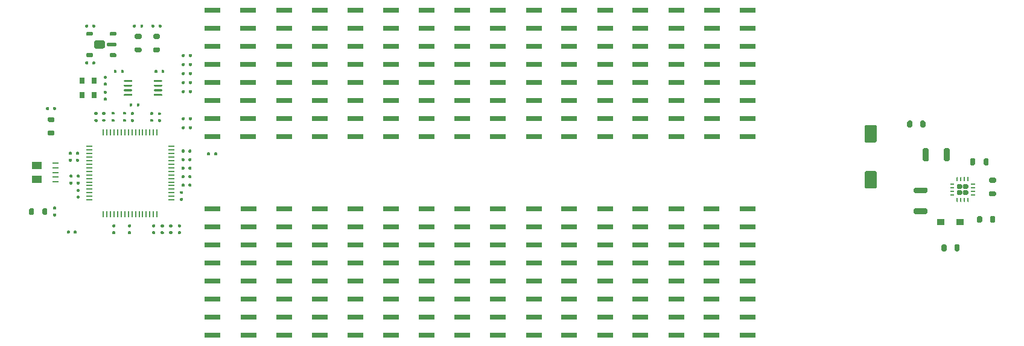
<source format=gtp>
G04 #@! TF.GenerationSoftware,KiCad,Pcbnew,(5.1.9)-1*
G04 #@! TF.CreationDate,2021-06-07T22:02:01-04:00*
G04 #@! TF.ProjectId,icepool-board,69636570-6f6f-46c2-9d62-6f6172642e6b,2020-04*
G04 #@! TF.SameCoordinates,Original*
G04 #@! TF.FileFunction,Paste,Top*
G04 #@! TF.FilePolarity,Positive*
%FSLAX46Y46*%
G04 Gerber Fmt 4.6, Leading zero omitted, Abs format (unit mm)*
G04 Created by KiCad (PCBNEW (5.1.9)-1) date 2021-06-07 22:02:01*
%MOMM*%
%LPD*%
G01*
G04 APERTURE LIST*
%ADD10R,2.205000X0.700000*%
%ADD11R,0.210000X0.840000*%
%ADD12R,0.840000X0.210000*%
%ADD13R,1.050000X0.840000*%
%ADD14R,1.330000X1.050000*%
%ADD15R,0.945000X0.280000*%
%ADD16R,0.770000X0.910000*%
G04 APERTURE END LIST*
G36*
G01*
X57079000Y-48270500D02*
X57079000Y-48529500D01*
G75*
G02*
X56984500Y-48624000I-94500J0D01*
G01*
X56795500Y-48624000D01*
G75*
G02*
X56701000Y-48529500I0J94500D01*
G01*
X56701000Y-48270500D01*
G75*
G02*
X56795500Y-48176000I94500J0D01*
G01*
X56984500Y-48176000D01*
G75*
G02*
X57079000Y-48270500I0J-94500D01*
G01*
G37*
G36*
G01*
X58099000Y-48270500D02*
X58099000Y-48529500D01*
G75*
G02*
X58004500Y-48624000I-94500J0D01*
G01*
X57815500Y-48624000D01*
G75*
G02*
X57721000Y-48529500I0J94500D01*
G01*
X57721000Y-48270500D01*
G75*
G02*
X57815500Y-48176000I94500J0D01*
G01*
X58004500Y-48176000D01*
G75*
G02*
X58099000Y-48270500I0J-94500D01*
G01*
G37*
D10*
X82525000Y-73890000D03*
X77475000Y-73890000D03*
X82525000Y-71350000D03*
X77475000Y-71350000D03*
X82525000Y-68810000D03*
X77475000Y-68810000D03*
X82525000Y-66270000D03*
X77475000Y-66270000D03*
X82525000Y-63730000D03*
X77475000Y-63730000D03*
X82525000Y-61190000D03*
X77475000Y-61190000D03*
X82525000Y-58650000D03*
X77475000Y-58650000D03*
X82525000Y-56110000D03*
X77475000Y-56110000D03*
G36*
G01*
X43370500Y-43501000D02*
X43629500Y-43501000D01*
G75*
G02*
X43724000Y-43595500I0J-94500D01*
G01*
X43724000Y-43784500D01*
G75*
G02*
X43629500Y-43879000I-94500J0D01*
G01*
X43370500Y-43879000D01*
G75*
G02*
X43276000Y-43784500I0J94500D01*
G01*
X43276000Y-43595500D01*
G75*
G02*
X43370500Y-43501000I94500J0D01*
G01*
G37*
G36*
G01*
X43370500Y-42481000D02*
X43629500Y-42481000D01*
G75*
G02*
X43724000Y-42575500I0J-94500D01*
G01*
X43724000Y-42764500D01*
G75*
G02*
X43629500Y-42859000I-94500J0D01*
G01*
X43370500Y-42859000D01*
G75*
G02*
X43276000Y-42764500I0J94500D01*
G01*
X43276000Y-42575500D01*
G75*
G02*
X43370500Y-42481000I94500J0D01*
G01*
G37*
X127523000Y-28194000D03*
X132573000Y-28194000D03*
X127523000Y-30734000D03*
X132573000Y-30734000D03*
X127523000Y-33274000D03*
X132573000Y-33274000D03*
X127523000Y-35814000D03*
X132573000Y-35814000D03*
X127523000Y-38354000D03*
X132573000Y-38354000D03*
X127523000Y-40894000D03*
X132573000Y-40894000D03*
X127523000Y-43434000D03*
X132573000Y-43434000D03*
X127523000Y-45974000D03*
X132573000Y-45974000D03*
X102525000Y-73890000D03*
X97475000Y-73890000D03*
X102525000Y-71350000D03*
X97475000Y-71350000D03*
X102525000Y-68810000D03*
X97475000Y-68810000D03*
X102525000Y-66270000D03*
X97475000Y-66270000D03*
X102525000Y-63730000D03*
X97475000Y-63730000D03*
X102525000Y-61190000D03*
X97475000Y-61190000D03*
X102525000Y-58650000D03*
X97475000Y-58650000D03*
X102525000Y-56110000D03*
X97475000Y-56110000D03*
G36*
G01*
X50119000Y-42936000D02*
X49881000Y-42936000D01*
G75*
G02*
X49783000Y-42838000I0J98000D01*
G01*
X49783000Y-42642000D01*
G75*
G02*
X49881000Y-42544000I98000J0D01*
G01*
X50119000Y-42544000D01*
G75*
G02*
X50217000Y-42642000I0J-98000D01*
G01*
X50217000Y-42838000D01*
G75*
G02*
X50119000Y-42936000I-98000J0D01*
G01*
G37*
G36*
G01*
X50119000Y-43896000D02*
X49881000Y-43896000D01*
G75*
G02*
X49783000Y-43798000I0J98000D01*
G01*
X49783000Y-43602000D01*
G75*
G02*
X49881000Y-43504000I98000J0D01*
G01*
X50119000Y-43504000D01*
G75*
G02*
X50217000Y-43602000I0J-98000D01*
G01*
X50217000Y-43798000D01*
G75*
G02*
X50119000Y-43896000I-98000J0D01*
G01*
G37*
G36*
G01*
X52981000Y-54584000D02*
X53219000Y-54584000D01*
G75*
G02*
X53317000Y-54682000I0J-98000D01*
G01*
X53317000Y-54878000D01*
G75*
G02*
X53219000Y-54976000I-98000J0D01*
G01*
X52981000Y-54976000D01*
G75*
G02*
X52883000Y-54878000I0J98000D01*
G01*
X52883000Y-54682000D01*
G75*
G02*
X52981000Y-54584000I98000J0D01*
G01*
G37*
G36*
G01*
X52981000Y-53624000D02*
X53219000Y-53624000D01*
G75*
G02*
X53317000Y-53722000I0J-98000D01*
G01*
X53317000Y-53918000D01*
G75*
G02*
X53219000Y-54016000I-98000J0D01*
G01*
X52981000Y-54016000D01*
G75*
G02*
X52883000Y-53918000I0J98000D01*
G01*
X52883000Y-53722000D01*
G75*
G02*
X52981000Y-53624000I98000J0D01*
G01*
G37*
X57419000Y-28194000D03*
X62469000Y-28194000D03*
X57419000Y-30734000D03*
X62469000Y-30734000D03*
X57419000Y-33274000D03*
X62469000Y-33274000D03*
X57419000Y-35814000D03*
X62469000Y-35814000D03*
X57419000Y-38354000D03*
X62469000Y-38354000D03*
X57419000Y-40894000D03*
X62469000Y-40894000D03*
X57419000Y-43434000D03*
X62469000Y-43434000D03*
X57419000Y-45974000D03*
X62469000Y-45974000D03*
G36*
G01*
X47321000Y-30529500D02*
X47321000Y-30270500D01*
G75*
G02*
X47415500Y-30176000I94500J0D01*
G01*
X47604500Y-30176000D01*
G75*
G02*
X47699000Y-30270500I0J-94500D01*
G01*
X47699000Y-30529500D01*
G75*
G02*
X47604500Y-30624000I-94500J0D01*
G01*
X47415500Y-30624000D01*
G75*
G02*
X47321000Y-30529500I0J94500D01*
G01*
G37*
G36*
G01*
X46301000Y-30529500D02*
X46301000Y-30270500D01*
G75*
G02*
X46395500Y-30176000I94500J0D01*
G01*
X46584500Y-30176000D01*
G75*
G02*
X46679000Y-30270500I0J-94500D01*
G01*
X46679000Y-30529500D01*
G75*
G02*
X46584500Y-30624000I-94500J0D01*
G01*
X46395500Y-30624000D01*
G75*
G02*
X46301000Y-30529500I0J94500D01*
G01*
G37*
X122550000Y-73910000D03*
X117500000Y-73910000D03*
X122550000Y-71370000D03*
X117500000Y-71370000D03*
X122550000Y-68830000D03*
X117500000Y-68830000D03*
X122550000Y-66290000D03*
X117500000Y-66290000D03*
X122550000Y-63750000D03*
X117500000Y-63750000D03*
X122550000Y-61210000D03*
X117500000Y-61210000D03*
X122550000Y-58670000D03*
X117500000Y-58670000D03*
X122550000Y-56130000D03*
X117500000Y-56130000D03*
X87475000Y-28194000D03*
X92525000Y-28194000D03*
X87475000Y-30734000D03*
X92525000Y-30734000D03*
X87475000Y-33274000D03*
X92525000Y-33274000D03*
X87475000Y-35814000D03*
X92525000Y-35814000D03*
X87475000Y-38354000D03*
X92525000Y-38354000D03*
X87475000Y-40894000D03*
X92525000Y-40894000D03*
X87475000Y-43434000D03*
X92525000Y-43434000D03*
X87475000Y-45974000D03*
X92525000Y-45974000D03*
G36*
G01*
X49243750Y-38195000D02*
X49243750Y-38055000D01*
G75*
G02*
X49313750Y-37985000I70000J0D01*
G01*
X50311250Y-37985000D01*
G75*
G02*
X50381250Y-38055000I0J-70000D01*
G01*
X50381250Y-38195000D01*
G75*
G02*
X50311250Y-38265000I-70000J0D01*
G01*
X49313750Y-38265000D01*
G75*
G02*
X49243750Y-38195000I0J70000D01*
G01*
G37*
G36*
G01*
X49243750Y-38845000D02*
X49243750Y-38705000D01*
G75*
G02*
X49313750Y-38635000I70000J0D01*
G01*
X50311250Y-38635000D01*
G75*
G02*
X50381250Y-38705000I0J-70000D01*
G01*
X50381250Y-38845000D01*
G75*
G02*
X50311250Y-38915000I-70000J0D01*
G01*
X49313750Y-38915000D01*
G75*
G02*
X49243750Y-38845000I0J70000D01*
G01*
G37*
G36*
G01*
X49243750Y-39495000D02*
X49243750Y-39355000D01*
G75*
G02*
X49313750Y-39285000I70000J0D01*
G01*
X50311250Y-39285000D01*
G75*
G02*
X50381250Y-39355000I0J-70000D01*
G01*
X50381250Y-39495000D01*
G75*
G02*
X50311250Y-39565000I-70000J0D01*
G01*
X49313750Y-39565000D01*
G75*
G02*
X49243750Y-39495000I0J70000D01*
G01*
G37*
G36*
G01*
X49243750Y-40145000D02*
X49243750Y-40005000D01*
G75*
G02*
X49313750Y-39935000I70000J0D01*
G01*
X50311250Y-39935000D01*
G75*
G02*
X50381250Y-40005000I0J-70000D01*
G01*
X50381250Y-40145000D01*
G75*
G02*
X50311250Y-40215000I-70000J0D01*
G01*
X49313750Y-40215000D01*
G75*
G02*
X49243750Y-40145000I0J70000D01*
G01*
G37*
G36*
G01*
X45018750Y-40145000D02*
X45018750Y-40005000D01*
G75*
G02*
X45088750Y-39935000I70000J0D01*
G01*
X46086250Y-39935000D01*
G75*
G02*
X46156250Y-40005000I0J-70000D01*
G01*
X46156250Y-40145000D01*
G75*
G02*
X46086250Y-40215000I-70000J0D01*
G01*
X45088750Y-40215000D01*
G75*
G02*
X45018750Y-40145000I0J70000D01*
G01*
G37*
G36*
G01*
X45018750Y-39495000D02*
X45018750Y-39355000D01*
G75*
G02*
X45088750Y-39285000I70000J0D01*
G01*
X46086250Y-39285000D01*
G75*
G02*
X46156250Y-39355000I0J-70000D01*
G01*
X46156250Y-39495000D01*
G75*
G02*
X46086250Y-39565000I-70000J0D01*
G01*
X45088750Y-39565000D01*
G75*
G02*
X45018750Y-39495000I0J70000D01*
G01*
G37*
G36*
G01*
X45018750Y-38845000D02*
X45018750Y-38705000D01*
G75*
G02*
X45088750Y-38635000I70000J0D01*
G01*
X46086250Y-38635000D01*
G75*
G02*
X46156250Y-38705000I0J-70000D01*
G01*
X46156250Y-38845000D01*
G75*
G02*
X46086250Y-38915000I-70000J0D01*
G01*
X45088750Y-38915000D01*
G75*
G02*
X45018750Y-38845000I0J70000D01*
G01*
G37*
G36*
G01*
X45018750Y-38195000D02*
X45018750Y-38055000D01*
G75*
G02*
X45088750Y-37985000I70000J0D01*
G01*
X46086250Y-37985000D01*
G75*
G02*
X46156250Y-38055000I0J-70000D01*
G01*
X46156250Y-38195000D01*
G75*
G02*
X46086250Y-38265000I-70000J0D01*
G01*
X45088750Y-38265000D01*
G75*
G02*
X45018750Y-38195000I0J70000D01*
G01*
G37*
G36*
G01*
X49279000Y-30270500D02*
X49279000Y-30529500D01*
G75*
G02*
X49184500Y-30624000I-94500J0D01*
G01*
X48995500Y-30624000D01*
G75*
G02*
X48901000Y-30529500I0J94500D01*
G01*
X48901000Y-30270500D01*
G75*
G02*
X48995500Y-30176000I94500J0D01*
G01*
X49184500Y-30176000D01*
G75*
G02*
X49279000Y-30270500I0J-94500D01*
G01*
G37*
G36*
G01*
X50299000Y-30270500D02*
X50299000Y-30529500D01*
G75*
G02*
X50204500Y-30624000I-94500J0D01*
G01*
X50015500Y-30624000D01*
G75*
G02*
X49921000Y-30529500I0J94500D01*
G01*
X49921000Y-30270500D01*
G75*
G02*
X50015500Y-30176000I94500J0D01*
G01*
X50204500Y-30176000D01*
G75*
G02*
X50299000Y-30270500I0J-94500D01*
G01*
G37*
X92525000Y-73890000D03*
X87475000Y-73890000D03*
X92525000Y-71350000D03*
X87475000Y-71350000D03*
X92525000Y-68810000D03*
X87475000Y-68810000D03*
X92525000Y-66270000D03*
X87475000Y-66270000D03*
X92525000Y-63730000D03*
X87475000Y-63730000D03*
X92525000Y-61190000D03*
X87475000Y-61190000D03*
X92525000Y-58650000D03*
X87475000Y-58650000D03*
X92525000Y-56110000D03*
X87475000Y-56110000D03*
X62525000Y-73890000D03*
X57475000Y-73890000D03*
X62525000Y-71350000D03*
X57475000Y-71350000D03*
X62525000Y-68810000D03*
X57475000Y-68810000D03*
X62525000Y-66270000D03*
X57475000Y-66270000D03*
X62525000Y-63730000D03*
X57475000Y-63730000D03*
X62525000Y-61190000D03*
X57475000Y-61190000D03*
X62525000Y-58650000D03*
X57475000Y-58650000D03*
X62525000Y-56110000D03*
X57475000Y-56110000D03*
G36*
G01*
X49919375Y-32203750D02*
X49280625Y-32203750D01*
G75*
G02*
X49110000Y-32033125I0J170625D01*
G01*
X49110000Y-31691875D01*
G75*
G02*
X49280625Y-31521250I170625J0D01*
G01*
X49919375Y-31521250D01*
G75*
G02*
X50090000Y-31691875I0J-170625D01*
G01*
X50090000Y-32033125D01*
G75*
G02*
X49919375Y-32203750I-170625J0D01*
G01*
G37*
G36*
G01*
X49919375Y-34078750D02*
X49280625Y-34078750D01*
G75*
G02*
X49110000Y-33908125I0J170625D01*
G01*
X49110000Y-33566875D01*
G75*
G02*
X49280625Y-33396250I170625J0D01*
G01*
X49919375Y-33396250D01*
G75*
G02*
X50090000Y-33566875I0J-170625D01*
G01*
X50090000Y-33908125D01*
G75*
G02*
X49919375Y-34078750I-170625J0D01*
G01*
G37*
X97475000Y-28194000D03*
X102525000Y-28194000D03*
X97475000Y-30734000D03*
X102525000Y-30734000D03*
X97475000Y-33274000D03*
X102525000Y-33274000D03*
X97475000Y-35814000D03*
X102525000Y-35814000D03*
X97475000Y-38354000D03*
X102525000Y-38354000D03*
X97475000Y-40894000D03*
X102525000Y-40894000D03*
X97475000Y-43434000D03*
X102525000Y-43434000D03*
X97475000Y-45974000D03*
X102525000Y-45974000D03*
X132525000Y-73890000D03*
X127475000Y-73890000D03*
X132525000Y-71350000D03*
X127475000Y-71350000D03*
X132525000Y-68810000D03*
X127475000Y-68810000D03*
X132525000Y-66270000D03*
X127475000Y-66270000D03*
X132525000Y-63730000D03*
X127475000Y-63730000D03*
X132525000Y-61190000D03*
X127475000Y-61190000D03*
X132525000Y-58650000D03*
X127475000Y-58650000D03*
X132525000Y-56110000D03*
X127475000Y-56110000D03*
X117475000Y-28194000D03*
X122525000Y-28194000D03*
X117475000Y-30734000D03*
X122525000Y-30734000D03*
X117475000Y-33274000D03*
X122525000Y-33274000D03*
X117475000Y-35814000D03*
X122525000Y-35814000D03*
X117475000Y-38354000D03*
X122525000Y-38354000D03*
X117475000Y-40894000D03*
X122525000Y-40894000D03*
X117475000Y-43434000D03*
X122525000Y-43434000D03*
X117475000Y-45974000D03*
X122525000Y-45974000D03*
X77475000Y-28194000D03*
X82525000Y-28194000D03*
X77475000Y-30734000D03*
X82525000Y-30734000D03*
X77475000Y-33274000D03*
X82525000Y-33274000D03*
X77475000Y-35814000D03*
X82525000Y-35814000D03*
X77475000Y-38354000D03*
X82525000Y-38354000D03*
X77475000Y-40894000D03*
X82525000Y-40894000D03*
X77475000Y-43434000D03*
X82525000Y-43434000D03*
X77475000Y-45974000D03*
X82525000Y-45974000D03*
X67475000Y-28194000D03*
X72525000Y-28194000D03*
X67475000Y-30734000D03*
X72525000Y-30734000D03*
X67475000Y-33274000D03*
X72525000Y-33274000D03*
X67475000Y-35814000D03*
X72525000Y-35814000D03*
X67475000Y-38354000D03*
X72525000Y-38354000D03*
X67475000Y-40894000D03*
X72525000Y-40894000D03*
X67475000Y-43434000D03*
X72525000Y-43434000D03*
X67475000Y-45974000D03*
X72525000Y-45974000D03*
X107475000Y-28194000D03*
X112525000Y-28194000D03*
X107475000Y-30734000D03*
X112525000Y-30734000D03*
X107475000Y-33274000D03*
X112525000Y-33274000D03*
X107475000Y-35814000D03*
X112525000Y-35814000D03*
X107475000Y-38354000D03*
X112525000Y-38354000D03*
X107475000Y-40894000D03*
X112525000Y-40894000D03*
X107475000Y-43434000D03*
X112525000Y-43434000D03*
X107475000Y-45974000D03*
X112525000Y-45974000D03*
G36*
G01*
X45229500Y-42859000D02*
X44970500Y-42859000D01*
G75*
G02*
X44876000Y-42764500I0J94500D01*
G01*
X44876000Y-42575500D01*
G75*
G02*
X44970500Y-42481000I94500J0D01*
G01*
X45229500Y-42481000D01*
G75*
G02*
X45324000Y-42575500I0J-94500D01*
G01*
X45324000Y-42764500D01*
G75*
G02*
X45229500Y-42859000I-94500J0D01*
G01*
G37*
G36*
G01*
X45229500Y-43879000D02*
X44970500Y-43879000D01*
G75*
G02*
X44876000Y-43784500I0J94500D01*
G01*
X44876000Y-43595500D01*
G75*
G02*
X44970500Y-43501000I94500J0D01*
G01*
X45229500Y-43501000D01*
G75*
G02*
X45324000Y-43595500I0J-94500D01*
G01*
X45324000Y-43784500D01*
G75*
G02*
X45229500Y-43879000I-94500J0D01*
G01*
G37*
G36*
G01*
X47319375Y-32203750D02*
X46680625Y-32203750D01*
G75*
G02*
X46510000Y-32033125I0J170625D01*
G01*
X46510000Y-31691875D01*
G75*
G02*
X46680625Y-31521250I170625J0D01*
G01*
X47319375Y-31521250D01*
G75*
G02*
X47490000Y-31691875I0J-170625D01*
G01*
X47490000Y-32033125D01*
G75*
G02*
X47319375Y-32203750I-170625J0D01*
G01*
G37*
G36*
G01*
X47319375Y-34078750D02*
X46680625Y-34078750D01*
G75*
G02*
X46510000Y-33908125I0J170625D01*
G01*
X46510000Y-33566875D01*
G75*
G02*
X46680625Y-33396250I170625J0D01*
G01*
X47319375Y-33396250D01*
G75*
G02*
X47490000Y-33566875I0J-170625D01*
G01*
X47490000Y-33908125D01*
G75*
G02*
X47319375Y-34078750I-170625J0D01*
G01*
G37*
X72525000Y-73890000D03*
X67475000Y-73890000D03*
X72525000Y-71350000D03*
X67475000Y-71350000D03*
X72525000Y-68810000D03*
X67475000Y-68810000D03*
X72525000Y-66270000D03*
X67475000Y-66270000D03*
X72525000Y-63730000D03*
X67475000Y-63730000D03*
X72525000Y-61190000D03*
X67475000Y-61190000D03*
X72525000Y-58650000D03*
X67475000Y-58650000D03*
X72525000Y-56110000D03*
X67475000Y-56110000D03*
X112525000Y-73890000D03*
X107475000Y-73890000D03*
X112525000Y-71350000D03*
X107475000Y-71350000D03*
X112525000Y-68810000D03*
X107475000Y-68810000D03*
X112525000Y-66270000D03*
X107475000Y-66270000D03*
X112525000Y-63730000D03*
X107475000Y-63730000D03*
X112525000Y-61190000D03*
X107475000Y-61190000D03*
X112525000Y-58650000D03*
X107475000Y-58650000D03*
X112525000Y-56110000D03*
X107475000Y-56110000D03*
G36*
G01*
X46179000Y-41370500D02*
X46179000Y-41629500D01*
G75*
G02*
X46084500Y-41724000I-94500J0D01*
G01*
X45895500Y-41724000D01*
G75*
G02*
X45801000Y-41629500I0J94500D01*
G01*
X45801000Y-41370500D01*
G75*
G02*
X45895500Y-41276000I94500J0D01*
G01*
X46084500Y-41276000D01*
G75*
G02*
X46179000Y-41370500I0J-94500D01*
G01*
G37*
G36*
G01*
X47199000Y-41370500D02*
X47199000Y-41629500D01*
G75*
G02*
X47104500Y-41724000I-94500J0D01*
G01*
X46915500Y-41724000D01*
G75*
G02*
X46821000Y-41629500I0J94500D01*
G01*
X46821000Y-41370500D01*
G75*
G02*
X46915500Y-41276000I94500J0D01*
G01*
X47104500Y-41276000D01*
G75*
G02*
X47199000Y-41370500I0J-94500D01*
G01*
G37*
G36*
G01*
X43979000Y-36670500D02*
X43979000Y-36929500D01*
G75*
G02*
X43884500Y-37024000I-94500J0D01*
G01*
X43695500Y-37024000D01*
G75*
G02*
X43601000Y-36929500I0J94500D01*
G01*
X43601000Y-36670500D01*
G75*
G02*
X43695500Y-36576000I94500J0D01*
G01*
X43884500Y-36576000D01*
G75*
G02*
X43979000Y-36670500I0J-94500D01*
G01*
G37*
G36*
G01*
X44999000Y-36670500D02*
X44999000Y-36929500D01*
G75*
G02*
X44904500Y-37024000I-94500J0D01*
G01*
X44715500Y-37024000D01*
G75*
G02*
X44621000Y-36929500I0J94500D01*
G01*
X44621000Y-36670500D01*
G75*
G02*
X44715500Y-36576000I94500J0D01*
G01*
X44904500Y-36576000D01*
G75*
G02*
X44999000Y-36670500I0J-94500D01*
G01*
G37*
G36*
G01*
X50284000Y-36919000D02*
X50284000Y-36681000D01*
G75*
G02*
X50382000Y-36583000I98000J0D01*
G01*
X50578000Y-36583000D01*
G75*
G02*
X50676000Y-36681000I0J-98000D01*
G01*
X50676000Y-36919000D01*
G75*
G02*
X50578000Y-37017000I-98000J0D01*
G01*
X50382000Y-37017000D01*
G75*
G02*
X50284000Y-36919000I0J98000D01*
G01*
G37*
G36*
G01*
X49324000Y-36919000D02*
X49324000Y-36681000D01*
G75*
G02*
X49422000Y-36583000I98000J0D01*
G01*
X49618000Y-36583000D01*
G75*
G02*
X49716000Y-36681000I0J-98000D01*
G01*
X49716000Y-36919000D01*
G75*
G02*
X49618000Y-37017000I-98000J0D01*
G01*
X49422000Y-37017000D01*
G75*
G02*
X49324000Y-36919000I0J98000D01*
G01*
G37*
G36*
G01*
X49019000Y-42916000D02*
X48781000Y-42916000D01*
G75*
G02*
X48683000Y-42818000I0J98000D01*
G01*
X48683000Y-42622000D01*
G75*
G02*
X48781000Y-42524000I98000J0D01*
G01*
X49019000Y-42524000D01*
G75*
G02*
X49117000Y-42622000I0J-98000D01*
G01*
X49117000Y-42818000D01*
G75*
G02*
X49019000Y-42916000I-98000J0D01*
G01*
G37*
G36*
G01*
X49019000Y-43876000D02*
X48781000Y-43876000D01*
G75*
G02*
X48683000Y-43778000I0J98000D01*
G01*
X48683000Y-43582000D01*
G75*
G02*
X48781000Y-43484000I98000J0D01*
G01*
X49019000Y-43484000D01*
G75*
G02*
X49117000Y-43582000I0J-98000D01*
G01*
X49117000Y-43778000D01*
G75*
G02*
X49019000Y-43876000I-98000J0D01*
G01*
G37*
D11*
X42150000Y-56850000D03*
D12*
X40150000Y-47350000D03*
X40150000Y-47850000D03*
X40150000Y-48350000D03*
X40150000Y-48850000D03*
X40150000Y-49350000D03*
X40150000Y-49850000D03*
X40150000Y-50350000D03*
X40150000Y-50850000D03*
X40150000Y-51350000D03*
X40150000Y-51850000D03*
X40150000Y-52350000D03*
X40150000Y-52850000D03*
X40150000Y-53350000D03*
X40150000Y-53850000D03*
X40150000Y-54350000D03*
X40150000Y-54850000D03*
D11*
X42650000Y-56850000D03*
X43150000Y-56850000D03*
X43650000Y-56850000D03*
X44150000Y-56850000D03*
X44650000Y-56850000D03*
X45150000Y-56850000D03*
X45650000Y-56850000D03*
X46150000Y-56850000D03*
X46650000Y-56850000D03*
X47150000Y-56850000D03*
X47650000Y-56850000D03*
X48150000Y-56850000D03*
X48650000Y-56850000D03*
X49150000Y-56850000D03*
X49650000Y-56850000D03*
D12*
X51650000Y-54850000D03*
X51650000Y-54350000D03*
X51650000Y-53850000D03*
X51650000Y-53350000D03*
X51650000Y-52850000D03*
X51650000Y-52350000D03*
X51650000Y-51850000D03*
X51650000Y-51350000D03*
X51650000Y-50850000D03*
X51650000Y-50350000D03*
X51650000Y-49850000D03*
X51650000Y-49350000D03*
X51650000Y-48850000D03*
X51650000Y-48350000D03*
X51650000Y-47850000D03*
X51650000Y-47350000D03*
D11*
X49650000Y-45350000D03*
X49150000Y-45350000D03*
X48650000Y-45350000D03*
X48150000Y-45350000D03*
X47650000Y-45350000D03*
X47150000Y-45350000D03*
X46650000Y-45350000D03*
X46150000Y-45350000D03*
X45650000Y-45350000D03*
X45150000Y-45350000D03*
X44650000Y-45350000D03*
X44150000Y-45350000D03*
X43650000Y-45350000D03*
X43150000Y-45350000D03*
X42650000Y-45350000D03*
X42150000Y-45350000D03*
G36*
G01*
X42319000Y-42896000D02*
X42081000Y-42896000D01*
G75*
G02*
X41983000Y-42798000I0J98000D01*
G01*
X41983000Y-42602000D01*
G75*
G02*
X42081000Y-42504000I98000J0D01*
G01*
X42319000Y-42504000D01*
G75*
G02*
X42417000Y-42602000I0J-98000D01*
G01*
X42417000Y-42798000D01*
G75*
G02*
X42319000Y-42896000I-98000J0D01*
G01*
G37*
G36*
G01*
X42319000Y-43856000D02*
X42081000Y-43856000D01*
G75*
G02*
X41983000Y-43758000I0J98000D01*
G01*
X41983000Y-43562000D01*
G75*
G02*
X42081000Y-43464000I98000J0D01*
G01*
X42319000Y-43464000D01*
G75*
G02*
X42417000Y-43562000I0J-98000D01*
G01*
X42417000Y-43758000D01*
G75*
G02*
X42319000Y-43856000I-98000J0D01*
G01*
G37*
G36*
G01*
X38481000Y-54284000D02*
X38719000Y-54284000D01*
G75*
G02*
X38817000Y-54382000I0J-98000D01*
G01*
X38817000Y-54578000D01*
G75*
G02*
X38719000Y-54676000I-98000J0D01*
G01*
X38481000Y-54676000D01*
G75*
G02*
X38383000Y-54578000I0J98000D01*
G01*
X38383000Y-54382000D01*
G75*
G02*
X38481000Y-54284000I98000J0D01*
G01*
G37*
G36*
G01*
X38481000Y-53324000D02*
X38719000Y-53324000D01*
G75*
G02*
X38817000Y-53422000I0J-98000D01*
G01*
X38817000Y-53618000D01*
G75*
G02*
X38719000Y-53716000I-98000J0D01*
G01*
X38481000Y-53716000D01*
G75*
G02*
X38383000Y-53618000I0J98000D01*
G01*
X38383000Y-53422000D01*
G75*
G02*
X38481000Y-53324000I98000J0D01*
G01*
G37*
G36*
G01*
X165446250Y-57284999D02*
X165446250Y-57915001D01*
G75*
G02*
X165271251Y-58090000I-174999J0D01*
G01*
X164903749Y-58090000D01*
G75*
G02*
X164728750Y-57915001I0J174999D01*
G01*
X164728750Y-57284999D01*
G75*
G02*
X164903749Y-57110000I174999J0D01*
G01*
X165271251Y-57110000D01*
G75*
G02*
X165446250Y-57284999I0J-174999D01*
G01*
G37*
G36*
G01*
X167271250Y-57284999D02*
X167271250Y-57915001D01*
G75*
G02*
X167096251Y-58090000I-174999J0D01*
G01*
X166728749Y-58090000D01*
G75*
G02*
X166553750Y-57915001I0J174999D01*
G01*
X166553750Y-57284999D01*
G75*
G02*
X166728749Y-57110000I174999J0D01*
G01*
X167096251Y-57110000D01*
G75*
G02*
X167271250Y-57284999I0J-174999D01*
G01*
G37*
G36*
G01*
X161993750Y-55151250D02*
X161906250Y-55151250D01*
G75*
G02*
X161862500Y-55107500I0J43750D01*
G01*
X161862500Y-54617500D01*
G75*
G02*
X161906250Y-54573750I43750J0D01*
G01*
X161993750Y-54573750D01*
G75*
G02*
X162037500Y-54617500I0J-43750D01*
G01*
X162037500Y-55107500D01*
G75*
G02*
X161993750Y-55151250I-43750J0D01*
G01*
G37*
G36*
G01*
X162493750Y-55151250D02*
X162406250Y-55151250D01*
G75*
G02*
X162362500Y-55107500I0J43750D01*
G01*
X162362500Y-54617500D01*
G75*
G02*
X162406250Y-54573750I43750J0D01*
G01*
X162493750Y-54573750D01*
G75*
G02*
X162537500Y-54617500I0J-43750D01*
G01*
X162537500Y-55107500D01*
G75*
G02*
X162493750Y-55151250I-43750J0D01*
G01*
G37*
G36*
G01*
X162993750Y-55151250D02*
X162906250Y-55151250D01*
G75*
G02*
X162862500Y-55107500I0J43750D01*
G01*
X162862500Y-54617500D01*
G75*
G02*
X162906250Y-54573750I43750J0D01*
G01*
X162993750Y-54573750D01*
G75*
G02*
X163037500Y-54617500I0J-43750D01*
G01*
X163037500Y-55107500D01*
G75*
G02*
X162993750Y-55151250I-43750J0D01*
G01*
G37*
G36*
G01*
X163493750Y-55151250D02*
X163406250Y-55151250D01*
G75*
G02*
X163362500Y-55107500I0J43750D01*
G01*
X163362500Y-54617500D01*
G75*
G02*
X163406250Y-54573750I43750J0D01*
G01*
X163493750Y-54573750D01*
G75*
G02*
X163537500Y-54617500I0J-43750D01*
G01*
X163537500Y-55107500D01*
G75*
G02*
X163493750Y-55151250I-43750J0D01*
G01*
G37*
G36*
G01*
X164407500Y-54237500D02*
X163917500Y-54237500D01*
G75*
G02*
X163873750Y-54193750I0J43750D01*
G01*
X163873750Y-54106250D01*
G75*
G02*
X163917500Y-54062500I43750J0D01*
G01*
X164407500Y-54062500D01*
G75*
G02*
X164451250Y-54106250I0J-43750D01*
G01*
X164451250Y-54193750D01*
G75*
G02*
X164407500Y-54237500I-43750J0D01*
G01*
G37*
G36*
G01*
X164407500Y-53737500D02*
X163917500Y-53737500D01*
G75*
G02*
X163873750Y-53693750I0J43750D01*
G01*
X163873750Y-53606250D01*
G75*
G02*
X163917500Y-53562500I43750J0D01*
G01*
X164407500Y-53562500D01*
G75*
G02*
X164451250Y-53606250I0J-43750D01*
G01*
X164451250Y-53693750D01*
G75*
G02*
X164407500Y-53737500I-43750J0D01*
G01*
G37*
G36*
G01*
X164407500Y-53237500D02*
X163917500Y-53237500D01*
G75*
G02*
X163873750Y-53193750I0J43750D01*
G01*
X163873750Y-53106250D01*
G75*
G02*
X163917500Y-53062500I43750J0D01*
G01*
X164407500Y-53062500D01*
G75*
G02*
X164451250Y-53106250I0J-43750D01*
G01*
X164451250Y-53193750D01*
G75*
G02*
X164407500Y-53237500I-43750J0D01*
G01*
G37*
G36*
G01*
X164407500Y-52737500D02*
X163917500Y-52737500D01*
G75*
G02*
X163873750Y-52693750I0J43750D01*
G01*
X163873750Y-52606250D01*
G75*
G02*
X163917500Y-52562500I43750J0D01*
G01*
X164407500Y-52562500D01*
G75*
G02*
X164451250Y-52606250I0J-43750D01*
G01*
X164451250Y-52693750D01*
G75*
G02*
X164407500Y-52737500I-43750J0D01*
G01*
G37*
G36*
G01*
X163493750Y-52226250D02*
X163406250Y-52226250D01*
G75*
G02*
X163362500Y-52182500I0J43750D01*
G01*
X163362500Y-51692500D01*
G75*
G02*
X163406250Y-51648750I43750J0D01*
G01*
X163493750Y-51648750D01*
G75*
G02*
X163537500Y-51692500I0J-43750D01*
G01*
X163537500Y-52182500D01*
G75*
G02*
X163493750Y-52226250I-43750J0D01*
G01*
G37*
G36*
G01*
X162993750Y-52226250D02*
X162906250Y-52226250D01*
G75*
G02*
X162862500Y-52182500I0J43750D01*
G01*
X162862500Y-51692500D01*
G75*
G02*
X162906250Y-51648750I43750J0D01*
G01*
X162993750Y-51648750D01*
G75*
G02*
X163037500Y-51692500I0J-43750D01*
G01*
X163037500Y-52182500D01*
G75*
G02*
X162993750Y-52226250I-43750J0D01*
G01*
G37*
G36*
G01*
X162493750Y-52226250D02*
X162406250Y-52226250D01*
G75*
G02*
X162362500Y-52182500I0J43750D01*
G01*
X162362500Y-51692500D01*
G75*
G02*
X162406250Y-51648750I43750J0D01*
G01*
X162493750Y-51648750D01*
G75*
G02*
X162537500Y-51692500I0J-43750D01*
G01*
X162537500Y-52182500D01*
G75*
G02*
X162493750Y-52226250I-43750J0D01*
G01*
G37*
G36*
G01*
X161993750Y-52226250D02*
X161906250Y-52226250D01*
G75*
G02*
X161862500Y-52182500I0J43750D01*
G01*
X161862500Y-51692500D01*
G75*
G02*
X161906250Y-51648750I43750J0D01*
G01*
X161993750Y-51648750D01*
G75*
G02*
X162037500Y-51692500I0J-43750D01*
G01*
X162037500Y-52182500D01*
G75*
G02*
X161993750Y-52226250I-43750J0D01*
G01*
G37*
G36*
G01*
X161482500Y-52737500D02*
X160992500Y-52737500D01*
G75*
G02*
X160948750Y-52693750I0J43750D01*
G01*
X160948750Y-52606250D01*
G75*
G02*
X160992500Y-52562500I43750J0D01*
G01*
X161482500Y-52562500D01*
G75*
G02*
X161526250Y-52606250I0J-43750D01*
G01*
X161526250Y-52693750D01*
G75*
G02*
X161482500Y-52737500I-43750J0D01*
G01*
G37*
G36*
G01*
X161482500Y-53237500D02*
X160992500Y-53237500D01*
G75*
G02*
X160948750Y-53193750I0J43750D01*
G01*
X160948750Y-53106250D01*
G75*
G02*
X160992500Y-53062500I43750J0D01*
G01*
X161482500Y-53062500D01*
G75*
G02*
X161526250Y-53106250I0J-43750D01*
G01*
X161526250Y-53193750D01*
G75*
G02*
X161482500Y-53237500I-43750J0D01*
G01*
G37*
G36*
G01*
X161482500Y-53737500D02*
X160992500Y-53737500D01*
G75*
G02*
X160948750Y-53693750I0J43750D01*
G01*
X160948750Y-53606250D01*
G75*
G02*
X160992500Y-53562500I43750J0D01*
G01*
X161482500Y-53562500D01*
G75*
G02*
X161526250Y-53606250I0J-43750D01*
G01*
X161526250Y-53693750D01*
G75*
G02*
X161482500Y-53737500I-43750J0D01*
G01*
G37*
G36*
G01*
X161482500Y-54237500D02*
X160992500Y-54237500D01*
G75*
G02*
X160948750Y-54193750I0J43750D01*
G01*
X160948750Y-54106250D01*
G75*
G02*
X160992500Y-54062500I43750J0D01*
G01*
X161482500Y-54062500D01*
G75*
G02*
X161526250Y-54106250I0J-43750D01*
G01*
X161526250Y-54193750D01*
G75*
G02*
X161482500Y-54237500I-43750J0D01*
G01*
G37*
G36*
G01*
X162462500Y-54185000D02*
X162097500Y-54185000D01*
G75*
G02*
X161915000Y-54002500I0J182500D01*
G01*
X161915000Y-53637500D01*
G75*
G02*
X162097500Y-53455000I182500J0D01*
G01*
X162462500Y-53455000D01*
G75*
G02*
X162645000Y-53637500I0J-182500D01*
G01*
X162645000Y-54002500D01*
G75*
G02*
X162462500Y-54185000I-182500J0D01*
G01*
G37*
G36*
G01*
X163302500Y-54185000D02*
X162937500Y-54185000D01*
G75*
G02*
X162755000Y-54002500I0J182500D01*
G01*
X162755000Y-53637500D01*
G75*
G02*
X162937500Y-53455000I182500J0D01*
G01*
X163302500Y-53455000D01*
G75*
G02*
X163485000Y-53637500I0J-182500D01*
G01*
X163485000Y-54002500D01*
G75*
G02*
X163302500Y-54185000I-182500J0D01*
G01*
G37*
G36*
G01*
X162462500Y-53345000D02*
X162097500Y-53345000D01*
G75*
G02*
X161915000Y-53162500I0J182500D01*
G01*
X161915000Y-52797500D01*
G75*
G02*
X162097500Y-52615000I182500J0D01*
G01*
X162462500Y-52615000D01*
G75*
G02*
X162645000Y-52797500I0J-182500D01*
G01*
X162645000Y-53162500D01*
G75*
G02*
X162462500Y-53345000I-182500J0D01*
G01*
G37*
G36*
G01*
X163302500Y-53345000D02*
X162937500Y-53345000D01*
G75*
G02*
X162755000Y-53162500I0J182500D01*
G01*
X162755000Y-52797500D01*
G75*
G02*
X162937500Y-52615000I182500J0D01*
G01*
X163302500Y-52615000D01*
G75*
G02*
X163485000Y-52797500I0J-182500D01*
G01*
X163485000Y-53162500D01*
G75*
G02*
X163302500Y-53345000I-182500J0D01*
G01*
G37*
G36*
G01*
X161553750Y-61915001D02*
X161553750Y-61284999D01*
G75*
G02*
X161728749Y-61110000I174999J0D01*
G01*
X162096251Y-61110000D01*
G75*
G02*
X162271250Y-61284999I0J-174999D01*
G01*
X162271250Y-61915001D01*
G75*
G02*
X162096251Y-62090000I-174999J0D01*
G01*
X161728749Y-62090000D01*
G75*
G02*
X161553750Y-61915001I0J174999D01*
G01*
G37*
G36*
G01*
X159728750Y-61915001D02*
X159728750Y-61284999D01*
G75*
G02*
X159903749Y-61110000I174999J0D01*
G01*
X160271251Y-61110000D01*
G75*
G02*
X160446250Y-61284999I0J-174999D01*
G01*
X160446250Y-61915001D01*
G75*
G02*
X160271251Y-62090000I-174999J0D01*
G01*
X159903749Y-62090000D01*
G75*
G02*
X159728750Y-61915001I0J174999D01*
G01*
G37*
D13*
X159650000Y-58000000D03*
X162350000Y-58000000D03*
G36*
G01*
X157570001Y-53927500D02*
X156029999Y-53927500D01*
G75*
G02*
X155855000Y-53752501I0J174999D01*
G01*
X155855000Y-53297499D01*
G75*
G02*
X156029999Y-53122500I174999J0D01*
G01*
X157570001Y-53122500D01*
G75*
G02*
X157745000Y-53297499I0J-174999D01*
G01*
X157745000Y-53752501D01*
G75*
G02*
X157570001Y-53927500I-174999J0D01*
G01*
G37*
G36*
G01*
X157570001Y-56877500D02*
X156029999Y-56877500D01*
G75*
G02*
X155855000Y-56702501I0J174999D01*
G01*
X155855000Y-56247499D01*
G75*
G02*
X156029999Y-56072500I174999J0D01*
G01*
X157570001Y-56072500D01*
G75*
G02*
X157745000Y-56247499I0J-174999D01*
G01*
X157745000Y-56702501D01*
G75*
G02*
X157570001Y-56877500I-174999J0D01*
G01*
G37*
G36*
G01*
X157927500Y-47729999D02*
X157927500Y-49270001D01*
G75*
G02*
X157752501Y-49445000I-174999J0D01*
G01*
X157297499Y-49445000D01*
G75*
G02*
X157122500Y-49270001I0J174999D01*
G01*
X157122500Y-47729999D01*
G75*
G02*
X157297499Y-47555000I174999J0D01*
G01*
X157752501Y-47555000D01*
G75*
G02*
X157927500Y-47729999I0J-174999D01*
G01*
G37*
G36*
G01*
X160877500Y-47729999D02*
X160877500Y-49270001D01*
G75*
G02*
X160702501Y-49445000I-174999J0D01*
G01*
X160247499Y-49445000D01*
G75*
G02*
X160072500Y-49270001I0J174999D01*
G01*
X160072500Y-47729999D01*
G75*
G02*
X160247499Y-47555000I174999J0D01*
G01*
X160702501Y-47555000D01*
G75*
G02*
X160877500Y-47729999I0J-174999D01*
G01*
G37*
G36*
G01*
X156753750Y-44515001D02*
X156753750Y-43884999D01*
G75*
G02*
X156928749Y-43710000I174999J0D01*
G01*
X157296251Y-43710000D01*
G75*
G02*
X157471250Y-43884999I0J-174999D01*
G01*
X157471250Y-44515001D01*
G75*
G02*
X157296251Y-44690000I-174999J0D01*
G01*
X156928749Y-44690000D01*
G75*
G02*
X156753750Y-44515001I0J174999D01*
G01*
G37*
G36*
G01*
X154928750Y-44515001D02*
X154928750Y-43884999D01*
G75*
G02*
X155103749Y-43710000I174999J0D01*
G01*
X155471251Y-43710000D01*
G75*
G02*
X155646250Y-43884999I0J-174999D01*
G01*
X155646250Y-44515001D01*
G75*
G02*
X155471251Y-44690000I-174999J0D01*
G01*
X155103749Y-44690000D01*
G75*
G02*
X154928750Y-44515001I0J174999D01*
G01*
G37*
G36*
G01*
X149100000Y-50825000D02*
X150500000Y-50825000D01*
G75*
G02*
X150675000Y-51000000I0J-175000D01*
G01*
X150675000Y-53100000D01*
G75*
G02*
X150500000Y-53275000I-175000J0D01*
G01*
X149100000Y-53275000D01*
G75*
G02*
X148925000Y-53100000I0J175000D01*
G01*
X148925000Y-51000000D01*
G75*
G02*
X149100000Y-50825000I175000J0D01*
G01*
G37*
G36*
G01*
X149100000Y-44325000D02*
X150500000Y-44325000D01*
G75*
G02*
X150675000Y-44500000I0J-175000D01*
G01*
X150675000Y-46600000D01*
G75*
G02*
X150500000Y-46775000I-175000J0D01*
G01*
X149100000Y-46775000D01*
G75*
G02*
X148925000Y-46600000I0J175000D01*
G01*
X148925000Y-44500000D01*
G75*
G02*
X149100000Y-44325000I175000J0D01*
G01*
G37*
G36*
G01*
X165650000Y-49832500D02*
X165650000Y-49167500D01*
G75*
G02*
X165825000Y-48992500I175000J0D01*
G01*
X166175000Y-48992500D01*
G75*
G02*
X166350000Y-49167500I0J-175000D01*
G01*
X166350000Y-49832500D01*
G75*
G02*
X166175000Y-50007500I-175000J0D01*
G01*
X165825000Y-50007500D01*
G75*
G02*
X165650000Y-49832500I0J175000D01*
G01*
G37*
G36*
G01*
X163750000Y-49832500D02*
X163750000Y-49167500D01*
G75*
G02*
X163925000Y-48992500I175000J0D01*
G01*
X164275000Y-48992500D01*
G75*
G02*
X164450000Y-49167500I0J-175000D01*
G01*
X164450000Y-49832500D01*
G75*
G02*
X164275000Y-50007500I-175000J0D01*
G01*
X163925000Y-50007500D01*
G75*
G02*
X163750000Y-49832500I0J175000D01*
G01*
G37*
G36*
G01*
X166567500Y-53650000D02*
X167232500Y-53650000D01*
G75*
G02*
X167407500Y-53825000I0J-175000D01*
G01*
X167407500Y-54175000D01*
G75*
G02*
X167232500Y-54350000I-175000J0D01*
G01*
X166567500Y-54350000D01*
G75*
G02*
X166392500Y-54175000I0J175000D01*
G01*
X166392500Y-53825000D01*
G75*
G02*
X166567500Y-53650000I175000J0D01*
G01*
G37*
G36*
G01*
X166567500Y-51750000D02*
X167232500Y-51750000D01*
G75*
G02*
X167407500Y-51925000I0J-175000D01*
G01*
X167407500Y-52275000D01*
G75*
G02*
X167232500Y-52450000I-175000J0D01*
G01*
X166567500Y-52450000D01*
G75*
G02*
X166392500Y-52275000I0J175000D01*
G01*
X166392500Y-51925000D01*
G75*
G02*
X166567500Y-51750000I175000J0D01*
G01*
G37*
D14*
X32762500Y-50000000D03*
D15*
X35462500Y-51000000D03*
X35462500Y-51650000D03*
X35462500Y-52300000D03*
X35462500Y-49700000D03*
X35462500Y-50350000D03*
D14*
X32762500Y-52000000D03*
G36*
G01*
X53156500Y-38474750D02*
X53156500Y-38233250D01*
G75*
G02*
X53259750Y-38130000I103250J0D01*
G01*
X53466250Y-38130000D01*
G75*
G02*
X53569500Y-38233250I0J-103250D01*
G01*
X53569500Y-38474750D01*
G75*
G02*
X53466250Y-38578000I-103250J0D01*
G01*
X53259750Y-38578000D01*
G75*
G02*
X53156500Y-38474750I0J103250D01*
G01*
G37*
G36*
G01*
X54126500Y-38474750D02*
X54126500Y-38233250D01*
G75*
G02*
X54229750Y-38130000I103250J0D01*
G01*
X54436250Y-38130000D01*
G75*
G02*
X54539500Y-38233250I0J-103250D01*
G01*
X54539500Y-38474750D01*
G75*
G02*
X54436250Y-38578000I-103250J0D01*
G01*
X54229750Y-38578000D01*
G75*
G02*
X54126500Y-38474750I0J103250D01*
G01*
G37*
G36*
G01*
X51720750Y-58721500D02*
X51479250Y-58721500D01*
G75*
G02*
X51376000Y-58618250I0J103250D01*
G01*
X51376000Y-58411750D01*
G75*
G02*
X51479250Y-58308500I103250J0D01*
G01*
X51720750Y-58308500D01*
G75*
G02*
X51824000Y-58411750I0J-103250D01*
G01*
X51824000Y-58618250D01*
G75*
G02*
X51720750Y-58721500I-103250J0D01*
G01*
G37*
G36*
G01*
X51720750Y-59691500D02*
X51479250Y-59691500D01*
G75*
G02*
X51376000Y-59588250I0J103250D01*
G01*
X51376000Y-59381750D01*
G75*
G02*
X51479250Y-59278500I103250J0D01*
G01*
X51720750Y-59278500D01*
G75*
G02*
X51824000Y-59381750I0J-103250D01*
G01*
X51824000Y-59588250D01*
G75*
G02*
X51720750Y-59691500I-103250J0D01*
G01*
G37*
G36*
G01*
X53521500Y-49079250D02*
X53521500Y-49320750D01*
G75*
G02*
X53418250Y-49424000I-103250J0D01*
G01*
X53211750Y-49424000D01*
G75*
G02*
X53108500Y-49320750I0J103250D01*
G01*
X53108500Y-49079250D01*
G75*
G02*
X53211750Y-48976000I103250J0D01*
G01*
X53418250Y-48976000D01*
G75*
G02*
X53521500Y-49079250I0J-103250D01*
G01*
G37*
G36*
G01*
X54491500Y-49079250D02*
X54491500Y-49320750D01*
G75*
G02*
X54388250Y-49424000I-103250J0D01*
G01*
X54181750Y-49424000D01*
G75*
G02*
X54078500Y-49320750I0J103250D01*
G01*
X54078500Y-49079250D01*
G75*
G02*
X54181750Y-48976000I103250J0D01*
G01*
X54388250Y-48976000D01*
G75*
G02*
X54491500Y-49079250I0J-103250D01*
G01*
G37*
G36*
G01*
X54126500Y-39744750D02*
X54126500Y-39503250D01*
G75*
G02*
X54229750Y-39400000I103250J0D01*
G01*
X54436250Y-39400000D01*
G75*
G02*
X54539500Y-39503250I0J-103250D01*
G01*
X54539500Y-39744750D01*
G75*
G02*
X54436250Y-39848000I-103250J0D01*
G01*
X54229750Y-39848000D01*
G75*
G02*
X54126500Y-39744750I0J103250D01*
G01*
G37*
G36*
G01*
X53156500Y-39744750D02*
X53156500Y-39503250D01*
G75*
G02*
X53259750Y-39400000I103250J0D01*
G01*
X53466250Y-39400000D01*
G75*
G02*
X53569500Y-39503250I0J-103250D01*
G01*
X53569500Y-39744750D01*
G75*
G02*
X53466250Y-39848000I-103250J0D01*
G01*
X53259750Y-39848000D01*
G75*
G02*
X53156500Y-39744750I0J103250D01*
G01*
G37*
G36*
G01*
X54126500Y-44824750D02*
X54126500Y-44583250D01*
G75*
G02*
X54229750Y-44480000I103250J0D01*
G01*
X54436250Y-44480000D01*
G75*
G02*
X54539500Y-44583250I0J-103250D01*
G01*
X54539500Y-44824750D01*
G75*
G02*
X54436250Y-44928000I-103250J0D01*
G01*
X54229750Y-44928000D01*
G75*
G02*
X54126500Y-44824750I0J103250D01*
G01*
G37*
G36*
G01*
X53156500Y-44824750D02*
X53156500Y-44583250D01*
G75*
G02*
X53259750Y-44480000I103250J0D01*
G01*
X53466250Y-44480000D01*
G75*
G02*
X53569500Y-44583250I0J-103250D01*
G01*
X53569500Y-44824750D01*
G75*
G02*
X53466250Y-44928000I-103250J0D01*
G01*
X53259750Y-44928000D01*
G75*
G02*
X53156500Y-44824750I0J103250D01*
G01*
G37*
G36*
G01*
X49079250Y-59278500D02*
X49320750Y-59278500D01*
G75*
G02*
X49424000Y-59381750I0J-103250D01*
G01*
X49424000Y-59588250D01*
G75*
G02*
X49320750Y-59691500I-103250J0D01*
G01*
X49079250Y-59691500D01*
G75*
G02*
X48976000Y-59588250I0J103250D01*
G01*
X48976000Y-59381750D01*
G75*
G02*
X49079250Y-59278500I103250J0D01*
G01*
G37*
G36*
G01*
X49079250Y-58308500D02*
X49320750Y-58308500D01*
G75*
G02*
X49424000Y-58411750I0J-103250D01*
G01*
X49424000Y-58618250D01*
G75*
G02*
X49320750Y-58721500I-103250J0D01*
G01*
X49079250Y-58721500D01*
G75*
G02*
X48976000Y-58618250I0J103250D01*
G01*
X48976000Y-58411750D01*
G75*
G02*
X49079250Y-58308500I103250J0D01*
G01*
G37*
G36*
G01*
X54126500Y-43554750D02*
X54126500Y-43313250D01*
G75*
G02*
X54229750Y-43210000I103250J0D01*
G01*
X54436250Y-43210000D01*
G75*
G02*
X54539500Y-43313250I0J-103250D01*
G01*
X54539500Y-43554750D01*
G75*
G02*
X54436250Y-43658000I-103250J0D01*
G01*
X54229750Y-43658000D01*
G75*
G02*
X54126500Y-43554750I0J103250D01*
G01*
G37*
G36*
G01*
X53156500Y-43554750D02*
X53156500Y-43313250D01*
G75*
G02*
X53259750Y-43210000I103250J0D01*
G01*
X53466250Y-43210000D01*
G75*
G02*
X53569500Y-43313250I0J-103250D01*
G01*
X53569500Y-43554750D01*
G75*
G02*
X53466250Y-43658000I-103250J0D01*
G01*
X53259750Y-43658000D01*
G75*
G02*
X53156500Y-43554750I0J103250D01*
G01*
G37*
G36*
G01*
X53521500Y-51479250D02*
X53521500Y-51720750D01*
G75*
G02*
X53418250Y-51824000I-103250J0D01*
G01*
X53211750Y-51824000D01*
G75*
G02*
X53108500Y-51720750I0J103250D01*
G01*
X53108500Y-51479250D01*
G75*
G02*
X53211750Y-51376000I103250J0D01*
G01*
X53418250Y-51376000D01*
G75*
G02*
X53521500Y-51479250I0J-103250D01*
G01*
G37*
G36*
G01*
X54491500Y-51479250D02*
X54491500Y-51720750D01*
G75*
G02*
X54388250Y-51824000I-103250J0D01*
G01*
X54181750Y-51824000D01*
G75*
G02*
X54078500Y-51720750I0J103250D01*
G01*
X54078500Y-51479250D01*
G75*
G02*
X54181750Y-51376000I103250J0D01*
G01*
X54388250Y-51376000D01*
G75*
G02*
X54491500Y-51479250I0J-103250D01*
G01*
G37*
G36*
G01*
X54078500Y-50520750D02*
X54078500Y-50279250D01*
G75*
G02*
X54181750Y-50176000I103250J0D01*
G01*
X54388250Y-50176000D01*
G75*
G02*
X54491500Y-50279250I0J-103250D01*
G01*
X54491500Y-50520750D01*
G75*
G02*
X54388250Y-50624000I-103250J0D01*
G01*
X54181750Y-50624000D01*
G75*
G02*
X54078500Y-50520750I0J103250D01*
G01*
G37*
G36*
G01*
X53108500Y-50520750D02*
X53108500Y-50279250D01*
G75*
G02*
X53211750Y-50176000I103250J0D01*
G01*
X53418250Y-50176000D01*
G75*
G02*
X53521500Y-50279250I0J-103250D01*
G01*
X53521500Y-50520750D01*
G75*
G02*
X53418250Y-50624000I-103250J0D01*
G01*
X53211750Y-50624000D01*
G75*
G02*
X53108500Y-50520750I0J103250D01*
G01*
G37*
G36*
G01*
X43844000Y-31772000D02*
X43156000Y-31772000D01*
G75*
G02*
X43020000Y-31636000I0J136000D01*
G01*
X43020000Y-31364000D01*
G75*
G02*
X43156000Y-31228000I136000J0D01*
G01*
X43844000Y-31228000D01*
G75*
G02*
X43980000Y-31364000I0J-136000D01*
G01*
X43980000Y-31636000D01*
G75*
G02*
X43844000Y-31772000I-136000J0D01*
G01*
G37*
G36*
G01*
X43804000Y-33272000D02*
X42796000Y-33272000D01*
G75*
G02*
X42660000Y-33136000I0J136000D01*
G01*
X42660000Y-32864000D01*
G75*
G02*
X42796000Y-32728000I136000J0D01*
G01*
X43804000Y-32728000D01*
G75*
G02*
X43940000Y-32864000I0J-136000D01*
G01*
X43940000Y-33136000D01*
G75*
G02*
X43804000Y-33272000I-136000J0D01*
G01*
G37*
G36*
G01*
X43844000Y-34772000D02*
X43156000Y-34772000D01*
G75*
G02*
X43020000Y-34636000I0J136000D01*
G01*
X43020000Y-34364000D01*
G75*
G02*
X43156000Y-34228000I136000J0D01*
G01*
X43844000Y-34228000D01*
G75*
G02*
X43980000Y-34364000I0J-136000D01*
G01*
X43980000Y-34636000D01*
G75*
G02*
X43844000Y-34772000I-136000J0D01*
G01*
G37*
G36*
G01*
X40544000Y-34772000D02*
X39856000Y-34772000D01*
G75*
G02*
X39720000Y-34636000I0J136000D01*
G01*
X39720000Y-34364000D01*
G75*
G02*
X39856000Y-34228000I136000J0D01*
G01*
X40544000Y-34228000D01*
G75*
G02*
X40680000Y-34364000I0J-136000D01*
G01*
X40680000Y-34636000D01*
G75*
G02*
X40544000Y-34772000I-136000J0D01*
G01*
G37*
G36*
G01*
X40544000Y-31772000D02*
X39856000Y-31772000D01*
G75*
G02*
X39720000Y-31636000I0J136000D01*
G01*
X39720000Y-31364000D01*
G75*
G02*
X39856000Y-31228000I136000J0D01*
G01*
X40544000Y-31228000D01*
G75*
G02*
X40680000Y-31364000I0J-136000D01*
G01*
X40680000Y-31636000D01*
G75*
G02*
X40544000Y-31772000I-136000J0D01*
G01*
G37*
G36*
G01*
X42090500Y-33579000D02*
X41109500Y-33579000D01*
G75*
G02*
X40820000Y-33289500I0J289500D01*
G01*
X40820000Y-32710500D01*
G75*
G02*
X41109500Y-32421000I289500J0D01*
G01*
X42090500Y-32421000D01*
G75*
G02*
X42380000Y-32710500I0J-289500D01*
G01*
X42380000Y-33289500D01*
G75*
G02*
X42090500Y-33579000I-289500J0D01*
G01*
G37*
G36*
G01*
X40578500Y-35720750D02*
X40578500Y-35479250D01*
G75*
G02*
X40681750Y-35376000I103250J0D01*
G01*
X40888250Y-35376000D01*
G75*
G02*
X40991500Y-35479250I0J-103250D01*
G01*
X40991500Y-35720750D01*
G75*
G02*
X40888250Y-35824000I-103250J0D01*
G01*
X40681750Y-35824000D01*
G75*
G02*
X40578500Y-35720750I0J103250D01*
G01*
G37*
G36*
G01*
X39608500Y-35720750D02*
X39608500Y-35479250D01*
G75*
G02*
X39711750Y-35376000I103250J0D01*
G01*
X39918250Y-35376000D01*
G75*
G02*
X40021500Y-35479250I0J-103250D01*
G01*
X40021500Y-35720750D01*
G75*
G02*
X39918250Y-35824000I-103250J0D01*
G01*
X39711750Y-35824000D01*
G75*
G02*
X39608500Y-35720750I0J103250D01*
G01*
G37*
G36*
G01*
X54126500Y-34664750D02*
X54126500Y-34423250D01*
G75*
G02*
X54229750Y-34320000I103250J0D01*
G01*
X54436250Y-34320000D01*
G75*
G02*
X54539500Y-34423250I0J-103250D01*
G01*
X54539500Y-34664750D01*
G75*
G02*
X54436250Y-34768000I-103250J0D01*
G01*
X54229750Y-34768000D01*
G75*
G02*
X54126500Y-34664750I0J103250D01*
G01*
G37*
G36*
G01*
X53156500Y-34664750D02*
X53156500Y-34423250D01*
G75*
G02*
X53259750Y-34320000I103250J0D01*
G01*
X53466250Y-34320000D01*
G75*
G02*
X53569500Y-34423250I0J-103250D01*
G01*
X53569500Y-34664750D01*
G75*
G02*
X53466250Y-34768000I-103250J0D01*
G01*
X53259750Y-34768000D01*
G75*
G02*
X53156500Y-34664750I0J103250D01*
G01*
G37*
G36*
G01*
X52920750Y-58721500D02*
X52679250Y-58721500D01*
G75*
G02*
X52576000Y-58618250I0J103250D01*
G01*
X52576000Y-58411750D01*
G75*
G02*
X52679250Y-58308500I103250J0D01*
G01*
X52920750Y-58308500D01*
G75*
G02*
X53024000Y-58411750I0J-103250D01*
G01*
X53024000Y-58618250D01*
G75*
G02*
X52920750Y-58721500I-103250J0D01*
G01*
G37*
G36*
G01*
X52920750Y-59691500D02*
X52679250Y-59691500D01*
G75*
G02*
X52576000Y-59588250I0J103250D01*
G01*
X52576000Y-59381750D01*
G75*
G02*
X52679250Y-59278500I103250J0D01*
G01*
X52920750Y-59278500D01*
G75*
G02*
X53024000Y-59381750I0J-103250D01*
G01*
X53024000Y-59588250D01*
G75*
G02*
X52920750Y-59691500I-103250J0D01*
G01*
G37*
G36*
G01*
X54126500Y-37204750D02*
X54126500Y-36963250D01*
G75*
G02*
X54229750Y-36860000I103250J0D01*
G01*
X54436250Y-36860000D01*
G75*
G02*
X54539500Y-36963250I0J-103250D01*
G01*
X54539500Y-37204750D01*
G75*
G02*
X54436250Y-37308000I-103250J0D01*
G01*
X54229750Y-37308000D01*
G75*
G02*
X54126500Y-37204750I0J103250D01*
G01*
G37*
G36*
G01*
X53156500Y-37204750D02*
X53156500Y-36963250D01*
G75*
G02*
X53259750Y-36860000I103250J0D01*
G01*
X53466250Y-36860000D01*
G75*
G02*
X53569500Y-36963250I0J-103250D01*
G01*
X53569500Y-37204750D01*
G75*
G02*
X53466250Y-37308000I-103250J0D01*
G01*
X53259750Y-37308000D01*
G75*
G02*
X53156500Y-37204750I0J103250D01*
G01*
G37*
G36*
G01*
X43479250Y-59278500D02*
X43720750Y-59278500D01*
G75*
G02*
X43824000Y-59381750I0J-103250D01*
G01*
X43824000Y-59588250D01*
G75*
G02*
X43720750Y-59691500I-103250J0D01*
G01*
X43479250Y-59691500D01*
G75*
G02*
X43376000Y-59588250I0J103250D01*
G01*
X43376000Y-59381750D01*
G75*
G02*
X43479250Y-59278500I103250J0D01*
G01*
G37*
G36*
G01*
X43479250Y-58308500D02*
X43720750Y-58308500D01*
G75*
G02*
X43824000Y-58411750I0J-103250D01*
G01*
X43824000Y-58618250D01*
G75*
G02*
X43720750Y-58721500I-103250J0D01*
G01*
X43479250Y-58721500D01*
G75*
G02*
X43376000Y-58618250I0J103250D01*
G01*
X43376000Y-58411750D01*
G75*
G02*
X43479250Y-58308500I103250J0D01*
G01*
G37*
G36*
G01*
X34480625Y-43221250D02*
X35119375Y-43221250D01*
G75*
G02*
X35290000Y-43391875I0J-170625D01*
G01*
X35290000Y-43733125D01*
G75*
G02*
X35119375Y-43903750I-170625J0D01*
G01*
X34480625Y-43903750D01*
G75*
G02*
X34310000Y-43733125I0J170625D01*
G01*
X34310000Y-43391875D01*
G75*
G02*
X34480625Y-43221250I170625J0D01*
G01*
G37*
G36*
G01*
X34480625Y-45096250D02*
X35119375Y-45096250D01*
G75*
G02*
X35290000Y-45266875I0J-170625D01*
G01*
X35290000Y-45608125D01*
G75*
G02*
X35119375Y-45778750I-170625J0D01*
G01*
X34480625Y-45778750D01*
G75*
G02*
X34310000Y-45608125I0J170625D01*
G01*
X34310000Y-45266875D01*
G75*
G02*
X34480625Y-45096250I170625J0D01*
G01*
G37*
G36*
G01*
X50520750Y-58721500D02*
X50279250Y-58721500D01*
G75*
G02*
X50176000Y-58618250I0J103250D01*
G01*
X50176000Y-58411750D01*
G75*
G02*
X50279250Y-58308500I103250J0D01*
G01*
X50520750Y-58308500D01*
G75*
G02*
X50624000Y-58411750I0J-103250D01*
G01*
X50624000Y-58618250D01*
G75*
G02*
X50520750Y-58721500I-103250J0D01*
G01*
G37*
G36*
G01*
X50520750Y-59691500D02*
X50279250Y-59691500D01*
G75*
G02*
X50176000Y-59588250I0J103250D01*
G01*
X50176000Y-59381750D01*
G75*
G02*
X50279250Y-59278500I103250J0D01*
G01*
X50520750Y-59278500D01*
G75*
G02*
X50624000Y-59381750I0J-103250D01*
G01*
X50624000Y-59588250D01*
G75*
G02*
X50520750Y-59691500I-103250J0D01*
G01*
G37*
G36*
G01*
X42279250Y-40478500D02*
X42520750Y-40478500D01*
G75*
G02*
X42624000Y-40581750I0J-103250D01*
G01*
X42624000Y-40788250D01*
G75*
G02*
X42520750Y-40891500I-103250J0D01*
G01*
X42279250Y-40891500D01*
G75*
G02*
X42176000Y-40788250I0J103250D01*
G01*
X42176000Y-40581750D01*
G75*
G02*
X42279250Y-40478500I103250J0D01*
G01*
G37*
G36*
G01*
X42279250Y-39508500D02*
X42520750Y-39508500D01*
G75*
G02*
X42624000Y-39611750I0J-103250D01*
G01*
X42624000Y-39818250D01*
G75*
G02*
X42520750Y-39921500I-103250J0D01*
G01*
X42279250Y-39921500D01*
G75*
G02*
X42176000Y-39818250I0J103250D01*
G01*
X42176000Y-39611750D01*
G75*
G02*
X42279250Y-39508500I103250J0D01*
G01*
G37*
G36*
G01*
X33596250Y-56819375D02*
X33596250Y-56180625D01*
G75*
G02*
X33766875Y-56010000I170625J0D01*
G01*
X34108125Y-56010000D01*
G75*
G02*
X34278750Y-56180625I0J-170625D01*
G01*
X34278750Y-56819375D01*
G75*
G02*
X34108125Y-56990000I-170625J0D01*
G01*
X33766875Y-56990000D01*
G75*
G02*
X33596250Y-56819375I0J170625D01*
G01*
G37*
G36*
G01*
X31721250Y-56819375D02*
X31721250Y-56180625D01*
G75*
G02*
X31891875Y-56010000I170625J0D01*
G01*
X32233125Y-56010000D01*
G75*
G02*
X32403750Y-56180625I0J-170625D01*
G01*
X32403750Y-56819375D01*
G75*
G02*
X32233125Y-56990000I-170625J0D01*
G01*
X31891875Y-56990000D01*
G75*
G02*
X31721250Y-56819375I0J170625D01*
G01*
G37*
G36*
G01*
X54126500Y-35934750D02*
X54126500Y-35693250D01*
G75*
G02*
X54229750Y-35590000I103250J0D01*
G01*
X54436250Y-35590000D01*
G75*
G02*
X54539500Y-35693250I0J-103250D01*
G01*
X54539500Y-35934750D01*
G75*
G02*
X54436250Y-36038000I-103250J0D01*
G01*
X54229750Y-36038000D01*
G75*
G02*
X54126500Y-35934750I0J103250D01*
G01*
G37*
G36*
G01*
X53156500Y-35934750D02*
X53156500Y-35693250D01*
G75*
G02*
X53259750Y-35590000I103250J0D01*
G01*
X53466250Y-35590000D01*
G75*
G02*
X53569500Y-35693250I0J-103250D01*
G01*
X53569500Y-35934750D01*
G75*
G02*
X53466250Y-36038000I-103250J0D01*
G01*
X53259750Y-36038000D01*
G75*
G02*
X53156500Y-35934750I0J103250D01*
G01*
G37*
G36*
G01*
X54491500Y-47879250D02*
X54491500Y-48120750D01*
G75*
G02*
X54388250Y-48224000I-103250J0D01*
G01*
X54181750Y-48224000D01*
G75*
G02*
X54078500Y-48120750I0J103250D01*
G01*
X54078500Y-47879250D01*
G75*
G02*
X54181750Y-47776000I103250J0D01*
G01*
X54388250Y-47776000D01*
G75*
G02*
X54491500Y-47879250I0J-103250D01*
G01*
G37*
G36*
G01*
X53521500Y-47879250D02*
X53521500Y-48120750D01*
G75*
G02*
X53418250Y-48224000I-103250J0D01*
G01*
X53211750Y-48224000D01*
G75*
G02*
X53108500Y-48120750I0J103250D01*
G01*
X53108500Y-47879250D01*
G75*
G02*
X53211750Y-47776000I103250J0D01*
G01*
X53418250Y-47776000D01*
G75*
G02*
X53521500Y-47879250I0J-103250D01*
G01*
G37*
G36*
G01*
X37978500Y-59520750D02*
X37978500Y-59279250D01*
G75*
G02*
X38081750Y-59176000I103250J0D01*
G01*
X38288250Y-59176000D01*
G75*
G02*
X38391500Y-59279250I0J-103250D01*
G01*
X38391500Y-59520750D01*
G75*
G02*
X38288250Y-59624000I-103250J0D01*
G01*
X38081750Y-59624000D01*
G75*
G02*
X37978500Y-59520750I0J103250D01*
G01*
G37*
G36*
G01*
X37008500Y-59520750D02*
X37008500Y-59279250D01*
G75*
G02*
X37111750Y-59176000I103250J0D01*
G01*
X37318250Y-59176000D01*
G75*
G02*
X37421500Y-59279250I0J-103250D01*
G01*
X37421500Y-59520750D01*
G75*
G02*
X37318250Y-59624000I-103250J0D01*
G01*
X37111750Y-59624000D01*
G75*
G02*
X37008500Y-59520750I0J103250D01*
G01*
G37*
G36*
G01*
X46320750Y-42921500D02*
X46079250Y-42921500D01*
G75*
G02*
X45976000Y-42818250I0J103250D01*
G01*
X45976000Y-42611750D01*
G75*
G02*
X46079250Y-42508500I103250J0D01*
G01*
X46320750Y-42508500D01*
G75*
G02*
X46424000Y-42611750I0J-103250D01*
G01*
X46424000Y-42818250D01*
G75*
G02*
X46320750Y-42921500I-103250J0D01*
G01*
G37*
G36*
G01*
X46320750Y-43891500D02*
X46079250Y-43891500D01*
G75*
G02*
X45976000Y-43788250I0J103250D01*
G01*
X45976000Y-43581750D01*
G75*
G02*
X46079250Y-43478500I103250J0D01*
G01*
X46320750Y-43478500D01*
G75*
G02*
X46424000Y-43581750I0J-103250D01*
G01*
X46424000Y-43788250D01*
G75*
G02*
X46320750Y-43891500I-103250J0D01*
G01*
G37*
G36*
G01*
X41220750Y-42921500D02*
X40979250Y-42921500D01*
G75*
G02*
X40876000Y-42818250I0J103250D01*
G01*
X40876000Y-42611750D01*
G75*
G02*
X40979250Y-42508500I103250J0D01*
G01*
X41220750Y-42508500D01*
G75*
G02*
X41324000Y-42611750I0J-103250D01*
G01*
X41324000Y-42818250D01*
G75*
G02*
X41220750Y-42921500I-103250J0D01*
G01*
G37*
G36*
G01*
X41220750Y-43891500D02*
X40979250Y-43891500D01*
G75*
G02*
X40876000Y-43788250I0J103250D01*
G01*
X40876000Y-43581750D01*
G75*
G02*
X40979250Y-43478500I103250J0D01*
G01*
X41220750Y-43478500D01*
G75*
G02*
X41324000Y-43581750I0J-103250D01*
G01*
X41324000Y-43788250D01*
G75*
G02*
X41220750Y-43891500I-103250J0D01*
G01*
G37*
D16*
X40825000Y-38050000D03*
X40825000Y-40150000D03*
X39175000Y-40150000D03*
X39175000Y-38050000D03*
G36*
G01*
X53521500Y-52679250D02*
X53521500Y-52920750D01*
G75*
G02*
X53418250Y-53024000I-103250J0D01*
G01*
X53211750Y-53024000D01*
G75*
G02*
X53108500Y-52920750I0J103250D01*
G01*
X53108500Y-52679250D01*
G75*
G02*
X53211750Y-52576000I103250J0D01*
G01*
X53418250Y-52576000D01*
G75*
G02*
X53521500Y-52679250I0J-103250D01*
G01*
G37*
G36*
G01*
X54491500Y-52679250D02*
X54491500Y-52920750D01*
G75*
G02*
X54388250Y-53024000I-103250J0D01*
G01*
X54181750Y-53024000D01*
G75*
G02*
X54078500Y-52920750I0J103250D01*
G01*
X54078500Y-52679250D01*
G75*
G02*
X54181750Y-52576000I103250J0D01*
G01*
X54388250Y-52576000D01*
G75*
G02*
X54491500Y-52679250I0J-103250D01*
G01*
G37*
G36*
G01*
X45920750Y-58721500D02*
X45679250Y-58721500D01*
G75*
G02*
X45576000Y-58618250I0J103250D01*
G01*
X45576000Y-58411750D01*
G75*
G02*
X45679250Y-58308500I103250J0D01*
G01*
X45920750Y-58308500D01*
G75*
G02*
X46024000Y-58411750I0J-103250D01*
G01*
X46024000Y-58618250D01*
G75*
G02*
X45920750Y-58721500I-103250J0D01*
G01*
G37*
G36*
G01*
X45920750Y-59691500D02*
X45679250Y-59691500D01*
G75*
G02*
X45576000Y-59588250I0J103250D01*
G01*
X45576000Y-59381750D01*
G75*
G02*
X45679250Y-59278500I103250J0D01*
G01*
X45920750Y-59278500D01*
G75*
G02*
X46024000Y-59381750I0J-103250D01*
G01*
X46024000Y-59588250D01*
G75*
G02*
X45920750Y-59691500I-103250J0D01*
G01*
G37*
G36*
G01*
X38479250Y-52278500D02*
X38720750Y-52278500D01*
G75*
G02*
X38824000Y-52381750I0J-103250D01*
G01*
X38824000Y-52588250D01*
G75*
G02*
X38720750Y-52691500I-103250J0D01*
G01*
X38479250Y-52691500D01*
G75*
G02*
X38376000Y-52588250I0J103250D01*
G01*
X38376000Y-52381750D01*
G75*
G02*
X38479250Y-52278500I103250J0D01*
G01*
G37*
G36*
G01*
X38479250Y-51308500D02*
X38720750Y-51308500D01*
G75*
G02*
X38824000Y-51411750I0J-103250D01*
G01*
X38824000Y-51618250D01*
G75*
G02*
X38720750Y-51721500I-103250J0D01*
G01*
X38479250Y-51721500D01*
G75*
G02*
X38376000Y-51618250I0J103250D01*
G01*
X38376000Y-51411750D01*
G75*
G02*
X38479250Y-51308500I103250J0D01*
G01*
G37*
G36*
G01*
X37379250Y-49078500D02*
X37620750Y-49078500D01*
G75*
G02*
X37724000Y-49181750I0J-103250D01*
G01*
X37724000Y-49388250D01*
G75*
G02*
X37620750Y-49491500I-103250J0D01*
G01*
X37379250Y-49491500D01*
G75*
G02*
X37276000Y-49388250I0J103250D01*
G01*
X37276000Y-49181750D01*
G75*
G02*
X37379250Y-49078500I103250J0D01*
G01*
G37*
G36*
G01*
X37379250Y-48108500D02*
X37620750Y-48108500D01*
G75*
G02*
X37724000Y-48211750I0J-103250D01*
G01*
X37724000Y-48418250D01*
G75*
G02*
X37620750Y-48521500I-103250J0D01*
G01*
X37379250Y-48521500D01*
G75*
G02*
X37276000Y-48418250I0J103250D01*
G01*
X37276000Y-48211750D01*
G75*
G02*
X37379250Y-48108500I103250J0D01*
G01*
G37*
G36*
G01*
X38379250Y-49078500D02*
X38620750Y-49078500D01*
G75*
G02*
X38724000Y-49181750I0J-103250D01*
G01*
X38724000Y-49388250D01*
G75*
G02*
X38620750Y-49491500I-103250J0D01*
G01*
X38379250Y-49491500D01*
G75*
G02*
X38276000Y-49388250I0J103250D01*
G01*
X38276000Y-49181750D01*
G75*
G02*
X38379250Y-49078500I103250J0D01*
G01*
G37*
G36*
G01*
X38379250Y-48108500D02*
X38620750Y-48108500D01*
G75*
G02*
X38724000Y-48211750I0J-103250D01*
G01*
X38724000Y-48418250D01*
G75*
G02*
X38620750Y-48521500I-103250J0D01*
G01*
X38379250Y-48521500D01*
G75*
G02*
X38276000Y-48418250I0J103250D01*
G01*
X38276000Y-48211750D01*
G75*
G02*
X38379250Y-48108500I103250J0D01*
G01*
G37*
G36*
G01*
X42520750Y-37821500D02*
X42279250Y-37821500D01*
G75*
G02*
X42176000Y-37718250I0J103250D01*
G01*
X42176000Y-37511750D01*
G75*
G02*
X42279250Y-37408500I103250J0D01*
G01*
X42520750Y-37408500D01*
G75*
G02*
X42624000Y-37511750I0J-103250D01*
G01*
X42624000Y-37718250D01*
G75*
G02*
X42520750Y-37821500I-103250J0D01*
G01*
G37*
G36*
G01*
X42520750Y-38791500D02*
X42279250Y-38791500D01*
G75*
G02*
X42176000Y-38688250I0J103250D01*
G01*
X42176000Y-38481750D01*
G75*
G02*
X42279250Y-38378500I103250J0D01*
G01*
X42520750Y-38378500D01*
G75*
G02*
X42624000Y-38481750I0J-103250D01*
G01*
X42624000Y-38688250D01*
G75*
G02*
X42520750Y-38791500I-103250J0D01*
G01*
G37*
G36*
G01*
X35420750Y-57191500D02*
X35179250Y-57191500D01*
G75*
G02*
X35076000Y-57088250I0J103250D01*
G01*
X35076000Y-56881750D01*
G75*
G02*
X35179250Y-56778500I103250J0D01*
G01*
X35420750Y-56778500D01*
G75*
G02*
X35524000Y-56881750I0J-103250D01*
G01*
X35524000Y-57088250D01*
G75*
G02*
X35420750Y-57191500I-103250J0D01*
G01*
G37*
G36*
G01*
X35420750Y-56221500D02*
X35179250Y-56221500D01*
G75*
G02*
X35076000Y-56118250I0J103250D01*
G01*
X35076000Y-55911750D01*
G75*
G02*
X35179250Y-55808500I103250J0D01*
G01*
X35420750Y-55808500D01*
G75*
G02*
X35524000Y-55911750I0J-103250D01*
G01*
X35524000Y-56118250D01*
G75*
G02*
X35420750Y-56221500I-103250J0D01*
G01*
G37*
G36*
G01*
X37479250Y-52278500D02*
X37720750Y-52278500D01*
G75*
G02*
X37824000Y-52381750I0J-103250D01*
G01*
X37824000Y-52588250D01*
G75*
G02*
X37720750Y-52691500I-103250J0D01*
G01*
X37479250Y-52691500D01*
G75*
G02*
X37376000Y-52588250I0J103250D01*
G01*
X37376000Y-52381750D01*
G75*
G02*
X37479250Y-52278500I103250J0D01*
G01*
G37*
G36*
G01*
X37479250Y-51308500D02*
X37720750Y-51308500D01*
G75*
G02*
X37824000Y-51411750I0J-103250D01*
G01*
X37824000Y-51618250D01*
G75*
G02*
X37720750Y-51721500I-103250J0D01*
G01*
X37479250Y-51721500D01*
G75*
G02*
X37376000Y-51618250I0J103250D01*
G01*
X37376000Y-51411750D01*
G75*
G02*
X37479250Y-51308500I103250J0D01*
G01*
G37*
G36*
G01*
X40578500Y-30520750D02*
X40578500Y-30279250D01*
G75*
G02*
X40681750Y-30176000I103250J0D01*
G01*
X40888250Y-30176000D01*
G75*
G02*
X40991500Y-30279250I0J-103250D01*
G01*
X40991500Y-30520750D01*
G75*
G02*
X40888250Y-30624000I-103250J0D01*
G01*
X40681750Y-30624000D01*
G75*
G02*
X40578500Y-30520750I0J103250D01*
G01*
G37*
G36*
G01*
X39608500Y-30520750D02*
X39608500Y-30279250D01*
G75*
G02*
X39711750Y-30176000I103250J0D01*
G01*
X39918250Y-30176000D01*
G75*
G02*
X40021500Y-30279250I0J-103250D01*
G01*
X40021500Y-30520750D01*
G75*
G02*
X39918250Y-30624000I-103250J0D01*
G01*
X39711750Y-30624000D01*
G75*
G02*
X39608500Y-30520750I0J103250D01*
G01*
G37*
G36*
G01*
X34521500Y-41879250D02*
X34521500Y-42120750D01*
G75*
G02*
X34418250Y-42224000I-103250J0D01*
G01*
X34211750Y-42224000D01*
G75*
G02*
X34108500Y-42120750I0J103250D01*
G01*
X34108500Y-41879250D01*
G75*
G02*
X34211750Y-41776000I103250J0D01*
G01*
X34418250Y-41776000D01*
G75*
G02*
X34521500Y-41879250I0J-103250D01*
G01*
G37*
G36*
G01*
X35491500Y-41879250D02*
X35491500Y-42120750D01*
G75*
G02*
X35388250Y-42224000I-103250J0D01*
G01*
X35181750Y-42224000D01*
G75*
G02*
X35078500Y-42120750I0J103250D01*
G01*
X35078500Y-41879250D01*
G75*
G02*
X35181750Y-41776000I103250J0D01*
G01*
X35388250Y-41776000D01*
G75*
G02*
X35491500Y-41879250I0J-103250D01*
G01*
G37*
M02*

</source>
